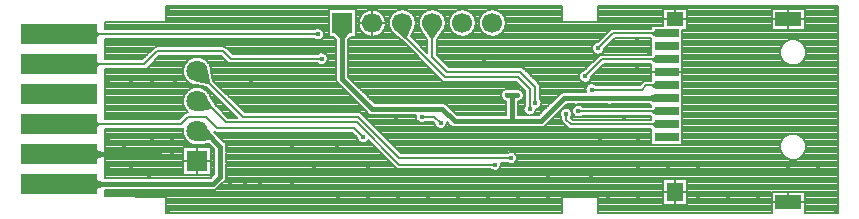
<source format=gbr>
G04 DipTrace 4.3.0.3*
G04 2 - Bottom.gbr*
%MOIN*%
G04 #@! TF.FileFunction,Copper,L2,Bot*
G04 #@! TF.Part,Single*
G04 #@! TA.AperFunction,Conductor*
%ADD15C,0.015748*%
G04 #@! TA.AperFunction,CopperBalancing*
%ADD17C,0.007874*%
%ADD19R,0.255906X0.070866*%
%ADD20R,0.07874X0.027559*%
%ADD21R,0.055118X0.062992*%
%ADD22R,0.055118X0.047244*%
%ADD23R,0.086614X0.047244*%
G04 #@! TA.AperFunction,ComponentPad*
%ADD24R,0.066929X0.066929*%
%ADD25C,0.066929*%
%ADD26R,0.070866X0.070866*%
%ADD27C,0.070866*%
G04 #@! TA.AperFunction,ViaPad*
%ADD31C,0.017717*%
%FSLAX26Y26*%
G04*
G70*
G90*
G75*
G01*
G04 Bottom*
%LPD*%
G36*
X2511073Y794243D2*
X2526822Y800148D1*
X2530759D1*
X2566192Y786369D1*
X2526822Y772589D1*
X2511073Y778495D1*
Y794243D1*
G37*
X1602866Y749951D2*
D15*
X1619316D1*
X1819316D1*
X1859941Y709327D1*
X2051969D1*
X2147441D1*
X2224483Y786369D1*
X2263066D1*
X2375566D1*
X2566192D1*
X1619316Y749951D2*
D3*
X1602866D2*
X1584941D1*
X2051969Y798230D2*
Y709327D1*
Y798230D2*
X2036344D1*
X2034941Y796827D1*
X2051969Y798230D2*
X2067913D1*
X2069316Y796827D1*
G36*
X1477067Y983908D2*
X1461516Y1003987D1*
Y1007333D1*
X1508366D1*
Y1003987D1*
X1492815Y983908D1*
X1477067D1*
G37*
X1484941Y1037451D2*
D15*
Y849951D1*
X1584941Y749951D1*
G36*
X684277Y492077D2*
X668529Y484203D1*
X655734D1*
Y515699D1*
X668529D1*
X684277Y507825D1*
Y492077D1*
G37*
X540576Y499951D2*
D15*
X1053692D1*
X1078690Y524950D1*
Y587453D1*
Y624951D1*
G36*
X1045117Y647388D2*
X1013394Y643315D1*
X1010140Y644719D1*
X1031567Y689459D1*
X1034820Y688055D1*
X1056253Y658525D1*
X1045117Y647388D1*
G37*
X1001285Y676614D2*
D15*
X1027028D1*
X1078690Y624951D1*
G36*
X684277Y592077D2*
X668529Y584203D1*
X655734D1*
Y615699D1*
X668529D1*
X684277Y607825D1*
Y592077D1*
G37*
X540576Y599951D2*
D15*
X863066D1*
G36*
X1047902Y750173D2*
X1013394Y743315D1*
X1010167Y744777D1*
X1031593Y789518D1*
X1034820Y788055D1*
X1053469Y755740D1*
X1047902Y750173D1*
G37*
X1001285Y776614D2*
D17*
X1027028D1*
X1097441Y706201D1*
X1534941D1*
X1675566Y565576D1*
X1992913D1*
G36*
X1038589Y833743D2*
X1001639Y841182D1*
X999134Y843689D1*
X1034210Y878765D1*
X1036717Y876260D1*
X1044156Y839310D1*
X1038589Y833743D1*
G37*
X1001285Y876614D2*
D17*
X1152948Y724951D1*
X1538066D1*
X1675566Y587451D1*
X2047441D1*
G36*
X676403Y696014D2*
X668529Y692077D1*
X655734D1*
Y707825D1*
X668529D1*
X676403Y703888D1*
Y696014D1*
G37*
X540576Y699951D2*
D17*
X947441D1*
X972441Y724951D1*
X1031816D1*
X1069316Y687451D1*
X1525566D1*
X1555253Y657764D1*
X1750566Y724951D2*
X1792647D1*
X1813119Y704479D1*
G36*
X2518948Y833613D2*
X2526822Y837550D1*
X2530759D1*
Y821802D1*
X2526822D1*
X2518948Y825739D1*
Y833613D1*
G37*
X2566192Y829676D2*
D17*
X2499041D1*
X2484941Y815576D1*
X2316190D1*
G36*
X2518948Y703692D2*
X2526822Y707629D1*
X2530759D1*
Y691881D1*
X2526822D1*
X2518948Y695818D1*
Y703692D1*
G37*
X2566192Y699755D2*
D17*
X2247636D1*
X2231815Y715576D1*
Y734325D1*
G36*
X2518948Y1006841D2*
X2526822Y1010778D1*
X2530759D1*
Y995030D1*
X2526822D1*
X2518948Y998967D1*
Y1006841D1*
G37*
X2566192Y1002904D2*
D17*
X2387894D1*
X2338066Y953076D1*
G36*
X2518948Y920227D2*
X2526822Y924164D1*
X2530759D1*
Y908416D1*
X2526822D1*
X2518948Y912353D1*
Y920227D1*
G37*
X2566192Y916290D2*
D17*
X2351280D1*
X2294316Y859327D1*
G36*
X2518948Y746999D2*
X2526822Y750936D1*
X2530759D1*
Y735188D1*
X2526822D1*
X2518948Y739125D1*
Y746999D1*
G37*
X2566192Y743062D2*
D17*
X2281177D1*
X2280537Y743702D1*
X2272442D1*
G36*
X1781004Y983908D2*
X1761516Y1013552D1*
Y1016899D1*
X1808366D1*
Y1013552D1*
X1788878Y983908D1*
X1781004D1*
G37*
X1784941Y1037451D2*
D17*
Y924951D1*
X1834941Y874951D1*
X2078692D1*
X2128692Y824951D1*
Y771825D1*
G36*
X1694322Y985003D2*
X1667874Y1008667D1*
X1667194Y1011944D1*
X1712699Y1023088D1*
X1713379Y1019811D1*
X1699888Y990570D1*
X1694322Y985003D1*
G37*
X1684941Y1037451D2*
D17*
Y999950D1*
X1828690Y856201D1*
X2072442D1*
X2109941Y818702D1*
Y749951D1*
G36*
X676403Y896014D2*
X668529Y892077D1*
X655734D1*
Y907825D1*
X668529D1*
X676403Y903888D1*
Y896014D1*
G37*
X1416190Y918702D2*
D17*
X1113066D1*
X1088066Y943702D1*
X869316D1*
X825566Y899951D1*
X540576D1*
G36*
X676403Y996014D2*
X668529Y992077D1*
X655734D1*
Y1007825D1*
X668529D1*
X676403Y1003888D1*
Y996014D1*
G37*
X1403690Y999951D2*
D17*
X1231815D1*
X540576D1*
D31*
X1602866Y749951D3*
D3*
X2051969Y798230D3*
D3*
D3*
X2375566Y786369D3*
X2263066D3*
X1078690Y524950D3*
X1992913Y565576D3*
X2047441Y587451D3*
X1555253Y657764D3*
X1750566Y724951D3*
X1813119Y704479D3*
X2316190Y815576D3*
X2231815Y734325D3*
X2338066Y953076D3*
X2294316Y859327D3*
D3*
X2272442Y743702D3*
X2128692Y771825D3*
X2109941Y749951D3*
X1416190Y918702D3*
X1403690Y999951D3*
X1078690Y587453D3*
Y624951D3*
Y568702D3*
Y606201D3*
X1584941Y749951D3*
X1619316D3*
X2069316Y796827D3*
X2034941D3*
X2466192Y893702D3*
X2425566Y721827D3*
X2450566Y762451D3*
X2366192D3*
X3131816Y412451D3*
Y1087451D3*
X903690Y412451D3*
Y1087451D3*
X1913066Y784327D3*
X2091192Y587451D3*
X1913066Y606201D3*
X2081816Y743702D3*
X1172441Y940576D3*
X928690Y968702D3*
X781816Y846827D3*
X1181816D3*
X1459941Y806201D3*
X1606816D3*
X850566Y846827D3*
X1766192Y606201D3*
X1956816Y915576D3*
X1466192Y628076D3*
X1316192Y496827D3*
Y628076D3*
X850566Y749951D3*
X1159941Y612451D3*
Y496827D3*
X2172441Y1049951D3*
X3072441Y549951D3*
X2872441Y449951D3*
X2472441Y1049951D3*
X2672441D3*
X2772441D3*
X2872441D3*
X756816Y628076D3*
X3072441Y849951D3*
X2872441D3*
X2672441D3*
X2244316Y762451D3*
X2172441Y849951D3*
Y949951D3*
X2672441Y449951D3*
X2472441D3*
X850566Y649951D3*
X2072441Y449951D3*
X1872441D3*
X1672441D3*
X1472441D3*
X1572441Y549951D3*
X919316Y649951D3*
X2372441Y1049951D3*
X2972441Y549951D3*
Y849951D3*
X2772441D3*
Y749951D3*
X2572441Y549951D3*
X2472441D3*
X2672441D3*
X2472441Y649951D3*
X2772441Y449951D3*
X878690Y599951D3*
X2372441Y449951D3*
X2172441D3*
X1972441D3*
X1772441D3*
X1572441D3*
X919316Y599951D3*
X850566Y968702D3*
X2344316Y646827D3*
X2506816Y853076D3*
X2466192Y981201D3*
X2506816Y937451D3*
X781816Y468701D3*
Y1028076D3*
Y946827D3*
Y749951D3*
X919316D3*
X781816Y549951D3*
X841192Y524951D3*
X928690Y846827D3*
X703690Y1028076D3*
Y946827D3*
Y846827D3*
Y749951D3*
Y649951D3*
Y549951D3*
Y468702D3*
X2172441Y531201D3*
X2313066D3*
X1209941Y612451D3*
Y496827D3*
X1109941Y612451D3*
Y496827D3*
X1391192Y562451D3*
X1006816Y968702D3*
X1084941D3*
X1319316Y940576D3*
X1291192Y1021827D3*
X1663066Y724951D3*
X897545Y1086657D2*
D17*
X2216098D1*
X2338159D2*
X3137004D1*
X897545Y1078915D2*
X1438723D1*
X1531164D2*
X1565576D1*
X1604299D2*
X1665579D1*
X1704301D2*
X1765580D1*
X1804302D2*
X1865581D1*
X1904303D2*
X1965583D1*
X2004306D2*
X2216098D1*
X2338159D2*
X2553434D1*
X2634066D2*
X2915639D1*
X3027766D2*
X3137004D1*
X897552Y1071172D2*
X1438723D1*
X1531164D2*
X1553703D1*
X1616180D2*
X1653706D1*
X1716173D2*
X1753707D1*
X1816175D2*
X1853709D1*
X1916176D2*
X1953702D1*
X2016178D2*
X2216098D1*
X2338159D2*
X2553434D1*
X2634066D2*
X2915639D1*
X3027766D2*
X3137004D1*
X897552Y1063429D2*
X1438723D1*
X1531164D2*
X1546883D1*
X1623000D2*
X1646878D1*
X1723001D2*
X1746879D1*
X1823003D2*
X1846881D1*
X1923004D2*
X1946882D1*
X2022999D2*
X2216098D1*
X2338151D2*
X2553434D1*
X2634066D2*
X2915639D1*
X3027766D2*
X3137004D1*
X897552Y1055686D2*
X1438723D1*
X1531164D2*
X1542539D1*
X1627345D2*
X1642541D1*
X1727339D2*
X1742542D1*
X1827340D2*
X1842543D1*
X1927341D2*
X1942537D1*
X2027343D2*
X2216098D1*
X2338151D2*
X2553434D1*
X2634066D2*
X2915639D1*
X3027766D2*
X3137004D1*
X897560Y1047944D2*
X1438723D1*
X1531164D2*
X1539948D1*
X1629936D2*
X1639949D1*
X1729929D2*
X1739950D1*
X1829932D2*
X1839953D1*
X1929933D2*
X1939946D1*
X2029934D2*
X2216098D1*
X2338151D2*
X2553434D1*
X2634066D2*
X2915639D1*
X3027766D2*
X3137004D1*
X693705Y1040201D2*
X1438723D1*
X1531164D2*
X1538802D1*
X1631081D2*
X1638803D1*
X1731075D2*
X1738804D1*
X1831077D2*
X1838807D1*
X1931079D2*
X1938801D1*
X2031080D2*
X2553434D1*
X2634066D2*
X2915639D1*
X3027766D2*
X3137004D1*
X693705Y1032458D2*
X1438723D1*
X1531164D2*
X1538993D1*
X1630890D2*
X1638996D1*
X1730883D2*
X1738997D1*
X1830885D2*
X1838999D1*
X1930886D2*
X1938992D1*
X2030888D2*
X2553434D1*
X2634066D2*
X2915639D1*
X3027766D2*
X3137004D1*
X693705Y1024715D2*
X1438723D1*
X1531164D2*
X1540539D1*
X1629336D2*
X1640541D1*
X1729337D2*
X1740543D1*
X1829339D2*
X1840545D1*
X1929341D2*
X1940546D1*
X2029343D2*
X2514064D1*
X2634066D2*
X2915639D1*
X3027766D2*
X3137004D1*
X693705Y1016972D2*
X1390903D1*
X1416476D2*
X1438723D1*
X1531164D2*
X1543600D1*
X1626283D2*
X1643594D1*
X1726285D2*
X1743596D1*
X1826286D2*
X1843597D1*
X1926287D2*
X1943598D1*
X2026282D2*
X2379684D1*
X2634066D2*
X2915639D1*
X3027766D2*
X3137004D1*
X1423119Y1009230D2*
X1438723D1*
X1531164D2*
X1548552D1*
X1621331D2*
X1648546D1*
X1722463D2*
X1748547D1*
X1821335D2*
X1848549D1*
X1921336D2*
X1948551D1*
X2021329D2*
X2370941D1*
X2618318D2*
X3137004D1*
X1425249Y1001487D2*
X1438723D1*
X1531164D2*
X1556395D1*
X1613488D2*
X1656390D1*
X1718895D2*
X1754337D1*
X1815545D2*
X1856392D1*
X1913492D2*
X1956394D1*
X2013487D2*
X2363197D1*
X2618318D2*
X3137004D1*
X1424358Y993744D2*
X1438723D1*
X1531164D2*
X1571751D1*
X1598133D2*
X1665816D1*
X1715320D2*
X1759428D1*
X1810454D2*
X1871748D1*
X1898129D2*
X1971749D1*
X1998131D2*
X2355454D1*
X2618318D2*
X3137004D1*
X1419944Y986001D2*
X1459524D1*
X1510365D2*
X1674467D1*
X1722171D2*
X1764518D1*
X1805364D2*
X2347711D1*
X2394269D2*
X2514064D1*
X2618318D2*
X3137004D1*
X693705Y978259D2*
X1464314D1*
X1505573D2*
X1683126D1*
X1729915D2*
X1768248D1*
X1801634D2*
X2339967D1*
X2386526D2*
X2514064D1*
X2618318D2*
X2965706D1*
X3009196D2*
X3137004D1*
X693705Y970516D2*
X1464314D1*
X1505573D2*
X1691092D1*
X1737657D2*
X1768248D1*
X1801634D2*
X2325896D1*
X2378790D2*
X2514064D1*
X2618318D2*
X2955471D1*
X3019438D2*
X3137004D1*
X693705Y962773D2*
X1464314D1*
X1505573D2*
X1698835D1*
X1745402D2*
X1768248D1*
X1801634D2*
X2318845D1*
X2371047D2*
X2514064D1*
X2618318D2*
X2949420D1*
X3025482D2*
X3137004D1*
X693705Y955030D2*
X857361D1*
X1100016D2*
X1464314D1*
X1505573D2*
X1706579D1*
X1753144D2*
X1768248D1*
X1801634D2*
X2316546D1*
X2363303D2*
X2514064D1*
X2618318D2*
X2945659D1*
X3029243D2*
X3137004D1*
X693705Y947287D2*
X849618D1*
X1107760D2*
X1464314D1*
X1505573D2*
X1714322D1*
X1760887D2*
X1768248D1*
X1801634D2*
X2317276D1*
X2358860D2*
X2514064D1*
X2618318D2*
X2943591D1*
X3031311D2*
X3137004D1*
X693705Y939545D2*
X841874D1*
X1115503D2*
X1464314D1*
X1505573D2*
X1722064D1*
X1801634D2*
X2321444D1*
X2354684D2*
X2514064D1*
X2618318D2*
X2942969D1*
X3031941D2*
X3137004D1*
X693705Y931802D2*
X834131D1*
X1433171D2*
X1464314D1*
X1505573D2*
X1729808D1*
X1801634D2*
X2346972D1*
X2618318D2*
X2943722D1*
X3031180D2*
X3137004D1*
X693705Y924059D2*
X826395D1*
X872954D2*
X1084432D1*
X1437108D2*
X1464314D1*
X1505573D2*
X1737551D1*
X1809115D2*
X2335769D1*
X2618318D2*
X2945944D1*
X3028966D2*
X3137004D1*
X693705Y916316D2*
X818652D1*
X865210D2*
X974602D1*
X1027966D2*
X1092167D1*
X1437668D2*
X1464314D1*
X1505573D2*
X1745295D1*
X1816860D2*
X2328026D1*
X2618318D2*
X2949881D1*
X3025021D2*
X3137004D1*
X857467Y908573D2*
X965491D1*
X1037077D2*
X1099909D1*
X1435177D2*
X1464314D1*
X1505573D2*
X1753038D1*
X1824602D2*
X2320282D1*
X2618318D2*
X2956209D1*
X3018699D2*
X3137004D1*
X849724Y900831D2*
X959747D1*
X1042822D2*
X1404705D1*
X1427672D2*
X1464314D1*
X1505573D2*
X1760781D1*
X1832345D2*
X2312539D1*
X2618318D2*
X2967105D1*
X3007797D2*
X3137004D1*
X841980Y893088D2*
X956047D1*
X1046521D2*
X1464314D1*
X1505573D2*
X1768525D1*
X1840089D2*
X2304795D1*
X2351362D2*
X2514064D1*
X2618318D2*
X3137004D1*
X832646Y885345D2*
X953909D1*
X1048665D2*
X1464314D1*
X1505573D2*
X1776268D1*
X2091581D2*
X2297052D1*
X2343618D2*
X2514064D1*
X2618318D2*
X3137004D1*
X693705Y877602D2*
X953102D1*
X1049466D2*
X1464314D1*
X1505573D2*
X1784004D1*
X2099324D2*
X2283542D1*
X2335875D2*
X2514064D1*
X2618318D2*
X3137004D1*
X693705Y869860D2*
X953580D1*
X1051004D2*
X1464314D1*
X1505573D2*
X1791747D1*
X2107067D2*
X2275560D1*
X2328133D2*
X2514064D1*
X2618318D2*
X3137004D1*
X693705Y862117D2*
X955364D1*
X1052556D2*
X1464314D1*
X1505573D2*
X1799491D1*
X2114811D2*
X2272892D1*
X2320388D2*
X2514064D1*
X2618318D2*
X3137004D1*
X693705Y854374D2*
X958639D1*
X1054118D2*
X1464314D1*
X1509365D2*
X1807234D1*
X2122554D2*
X2273299D1*
X2315337D2*
X2514064D1*
X2618318D2*
X3137004D1*
X693705Y846631D2*
X963783D1*
X1055678D2*
X1464591D1*
X1517109D2*
X1814976D1*
X2130290D2*
X2277021D1*
X2311615D2*
X2514064D1*
X2618318D2*
X3137004D1*
X693705Y838888D2*
X971795D1*
X1062291D2*
X1467682D1*
X1524852D2*
X2066476D1*
X2138033D2*
X2289525D1*
X2299104D2*
X2484975D1*
X2618318D2*
X3137004D1*
X693705Y831146D2*
X987098D1*
X1070035D2*
X1474895D1*
X1532594D2*
X2074219D1*
X2144131D2*
X2301573D1*
X2618318D2*
X3137004D1*
X693705Y823403D2*
X992903D1*
X1009673D2*
X1028521D1*
X1077778D2*
X1482638D1*
X1540339D2*
X2081955D1*
X2145385D2*
X2296100D1*
X2618318D2*
X3137004D1*
X693705Y815660D2*
X973618D1*
X1028950D2*
X1038955D1*
X1085521D2*
X1490382D1*
X1548081D2*
X2025261D1*
X2078993D2*
X2089698D1*
X2145385D2*
X2294576D1*
X2618318D2*
X3137004D1*
X693705Y807917D2*
X964899D1*
X1037669D2*
X1046699D1*
X1093265D2*
X1498125D1*
X1555824D2*
X2016525D1*
X2087728D2*
X2093251D1*
X2145385D2*
X2296038D1*
X2618318D2*
X3137004D1*
X693705Y800175D2*
X959362D1*
X1043206D2*
X1054442D1*
X1101008D2*
X1505867D1*
X1563568D2*
X2013596D1*
X2145385D2*
X2209438D1*
X2618318D2*
X3137004D1*
X693705Y792432D2*
X955810D1*
X1046898D2*
X1062185D1*
X1108752D2*
X1513612D1*
X1571311D2*
X2013795D1*
X2145385D2*
X2201696D1*
X2618318D2*
X3137004D1*
X693705Y784689D2*
X953787D1*
X1051365D2*
X1069929D1*
X1116495D2*
X1521354D1*
X1579055D2*
X2017232D1*
X2087029D2*
X2093251D1*
X2145861D2*
X2193953D1*
X2618318D2*
X3137004D1*
X693705Y776946D2*
X953094D1*
X1055840D2*
X1077672D1*
X1124230D2*
X1529097D1*
X1586798D2*
X2027945D1*
X2076310D2*
X2093251D1*
X2149667D2*
X2186209D1*
X2618318D2*
X3137004D1*
X693705Y769203D2*
X953680D1*
X1060307D2*
X1085416D1*
X1131974D2*
X1536841D1*
X1824909D2*
X2031336D1*
X2072596D2*
X2093251D1*
X2150144D2*
X2178466D1*
X2618318D2*
X3137004D1*
X693705Y761461D2*
X955587D1*
X1065459D2*
X1093159D1*
X1139717D2*
X1544584D1*
X1836660D2*
X2031336D1*
X2072596D2*
X2091798D1*
X2147545D2*
X2170722D1*
X2228423D2*
X2260774D1*
X2284110D2*
X2514064D1*
X2618318D2*
X3137004D1*
X693705Y753718D2*
X958993D1*
X1073203D2*
X1100902D1*
X1147461D2*
X1552328D1*
X1844403D2*
X2031336D1*
X2072596D2*
X2088668D1*
X2139770D2*
X2162987D1*
X2240196D2*
X2253392D1*
X2618318D2*
X3137004D1*
X693705Y745975D2*
X964329D1*
X1080946D2*
X1108646D1*
X1155203D2*
X1560071D1*
X1852138D2*
X2031336D1*
X2072596D2*
X2088706D1*
X2131173D2*
X2155244D1*
X2618318D2*
X3137004D1*
X693705Y738232D2*
X962899D1*
X1088689D2*
X1116388D1*
X1547605D2*
X1566937D1*
X1859882D2*
X2031336D1*
X2072596D2*
X2091936D1*
X2127945D2*
X2147500D1*
X2205193D2*
X2210570D1*
X2618318D2*
X3137004D1*
X693705Y730490D2*
X954694D1*
X1096433D2*
X1124131D1*
X1555810D2*
X1576741D1*
X1867625D2*
X2031336D1*
X2072596D2*
X2101740D1*
X2118140D2*
X2139757D1*
X2197449D2*
X2210554D1*
X2618318D2*
X3137004D1*
X693705Y722747D2*
X946951D1*
X1104176D2*
X1131867D1*
X1563552D2*
X1729070D1*
X2189706D2*
X2213714D1*
X2249915D2*
X2514064D1*
X2618318D2*
X3137004D1*
X1571297Y715004D2*
X1731476D1*
X2181971D2*
X2215129D1*
X2618318D2*
X3137004D1*
X1579039Y707261D2*
X1738790D1*
X1762341D2*
X1787056D1*
X2174227D2*
X2217467D1*
X2618318D2*
X3137004D1*
X1586782Y699518D2*
X1792109D1*
X1834138D2*
X1840898D1*
X2166484D2*
X2224594D1*
X2618318D2*
X3137004D1*
X1594526Y691776D2*
X1795829D1*
X1830408D2*
X1849895D1*
X2157487D2*
X2232331D1*
X2618318D2*
X3137004D1*
X693705Y684033D2*
X953680D1*
X1602269D2*
X1808371D1*
X1817866D2*
X2244441D1*
X2618318D2*
X3137004D1*
X693705Y676290D2*
X953094D1*
X1610005D2*
X2514064D1*
X2618318D2*
X3137004D1*
X693705Y668547D2*
X953787D1*
X1064552D2*
X1521185D1*
X1617748D2*
X2514064D1*
X2618318D2*
X2983638D1*
X2991264D2*
X3137004D1*
X693705Y660804D2*
X955810D1*
X1071688D2*
X1528929D1*
X1625491D2*
X2514064D1*
X2618318D2*
X2961676D1*
X3013226D2*
X3137004D1*
X693705Y653062D2*
X959362D1*
X1079432D2*
X1534181D1*
X1633235D2*
X2514064D1*
X2618318D2*
X2953202D1*
X3021699D2*
X3137004D1*
X693705Y645319D2*
X964899D1*
X1087175D2*
X1537764D1*
X1640978D2*
X2514064D1*
X2618318D2*
X2947997D1*
X3026904D2*
X3137004D1*
X693705Y637576D2*
X973610D1*
X1096041D2*
X1549344D1*
X1561161D2*
X1580286D1*
X1648722D2*
X2514064D1*
X2618318D2*
X2944829D1*
X3030072D2*
X3137004D1*
X693705Y629833D2*
X992849D1*
X1009719D2*
X1044961D1*
X1099724D2*
X1588030D1*
X1656465D2*
X2943238D1*
X3031664D2*
X3137004D1*
X693705Y622091D2*
X953094D1*
X1100109D2*
X1595773D1*
X1664207D2*
X2943060D1*
X3031849D2*
X3137004D1*
X693705Y614348D2*
X953094D1*
X1049474D2*
X1058064D1*
X1099324D2*
X1603516D1*
X1671951D2*
X2944268D1*
X3030634D2*
X3137004D1*
X693705Y606605D2*
X953094D1*
X1049474D2*
X1057080D1*
X1100301D2*
X1611252D1*
X1679694D2*
X2038471D1*
X2056409D2*
X2946997D1*
X3027904D2*
X3137004D1*
X693705Y598862D2*
X953094D1*
X1049474D2*
X1058064D1*
X1099324D2*
X1618995D1*
X2065652D2*
X2951604D1*
X3023298D2*
X3137004D1*
X693705Y591119D2*
X953094D1*
X1049474D2*
X1057403D1*
X1099978D2*
X1626739D1*
X2068728D2*
X2959000D1*
X3015902D2*
X3137004D1*
X693705Y583377D2*
X953094D1*
X1049474D2*
X1057479D1*
X1099900D2*
X1634482D1*
X2068651D2*
X2973203D1*
X3001706D2*
X3137004D1*
X693705Y575634D2*
X953094D1*
X1049474D2*
X1058064D1*
X1099316D2*
X1642226D1*
X2065375D2*
X3137004D1*
X693705Y567891D2*
X953094D1*
X1049474D2*
X1057094D1*
X1100285D2*
X1649969D1*
X2014402D2*
X2039501D1*
X2055379D2*
X3137004D1*
X693705Y560148D2*
X953094D1*
X1049474D2*
X1058064D1*
X1099316D2*
X1657711D1*
X2013810D2*
X3137004D1*
X693705Y552406D2*
X953094D1*
X1049474D2*
X1058064D1*
X1099316D2*
X1665862D1*
X2009835D2*
X3137004D1*
X693705Y544663D2*
X953094D1*
X1049474D2*
X1058064D1*
X1099316D2*
X3137004D1*
X693705Y536920D2*
X953094D1*
X1049474D2*
X1058064D1*
X1099316D2*
X3137004D1*
X693705Y529177D2*
X1054066D1*
X1099870D2*
X3137004D1*
X693705Y521434D2*
X1046322D1*
X1100008D2*
X3137004D1*
X1097001Y513692D2*
X2553434D1*
X2634066D2*
X3137004D1*
X1088535Y505949D2*
X2553434D1*
X2634066D2*
X3137004D1*
X1080793Y498206D2*
X2553434D1*
X2634066D2*
X3137004D1*
X1073049Y490463D2*
X2553434D1*
X2634066D2*
X3137004D1*
X1064322Y482720D2*
X2553434D1*
X2634066D2*
X3137004D1*
X693705Y474978D2*
X2553434D1*
X2634066D2*
X2915639D1*
X3027766D2*
X3137004D1*
X693705Y467235D2*
X2553434D1*
X2634066D2*
X2915639D1*
X3027766D2*
X3137004D1*
X693705Y459492D2*
X2553434D1*
X2634066D2*
X2915639D1*
X3027766D2*
X3137004D1*
X897560Y451749D2*
X2216098D1*
X2338151D2*
X2553434D1*
X2634066D2*
X2915639D1*
X3027766D2*
X3137004D1*
X897552Y444007D2*
X2216098D1*
X2338151D2*
X2553434D1*
X2634066D2*
X2915639D1*
X3027766D2*
X3137004D1*
X897552Y436264D2*
X2216098D1*
X2338151D2*
X2553434D1*
X2634066D2*
X2915639D1*
X3027766D2*
X3137004D1*
X897552Y428521D2*
X2216098D1*
X2338159D2*
X2915639D1*
X3027766D2*
X3137004D1*
X897545Y420778D2*
X2216098D1*
X2338159D2*
X2915639D1*
X3027766D2*
X3137004D1*
X897545Y413035D2*
X2216098D1*
X2338159D2*
X2915639D1*
X3027766D2*
X3137004D1*
X2555535Y518810D2*
X2633278D1*
Y431881D1*
X2554223D1*
Y518810D1*
X2555535D1*
X2917740Y1085739D2*
X3026979D1*
Y1014558D1*
X2916428D1*
Y1085739D1*
X2917740D1*
X3030975Y621020D2*
X3030448Y617134D1*
X3029573Y613311D1*
X3028361Y609583D1*
X3026818Y605978D1*
X3024959Y602525D1*
X3022798Y599253D1*
X3020352Y596188D1*
X3017640Y593354D1*
X3014688Y590776D1*
X3011514Y588472D1*
X3008147Y586462D1*
X3004614Y584761D1*
X3000942Y583385D1*
X2997161Y582343D1*
X2993303Y581644D1*
X2989398Y581294D1*
X2985476Y581295D1*
X2981571Y581648D1*
X2977713Y582349D1*
X2973933Y583394D1*
X2970262Y584773D1*
X2966730Y586475D1*
X2963365Y588488D1*
X2960193Y590794D1*
X2957241Y593375D1*
X2954531Y596210D1*
X2952088Y599277D1*
X2949929Y602550D1*
X2948072Y606004D1*
X2946533Y609610D1*
X2945322Y613340D1*
X2944450Y617163D1*
X2943925Y621049D1*
X2943751Y624966D1*
X2943928Y628883D1*
X2944455Y632769D1*
X2945329Y636592D1*
X2946542Y640320D1*
X2948085Y643925D1*
X2949944Y647378D1*
X2952105Y650650D1*
X2954551Y653715D1*
X2957262Y656549D1*
X2960215Y659127D1*
X2963388Y661430D1*
X2966756Y663441D1*
X2970289Y665142D1*
X2973961Y666518D1*
X2977741Y667560D1*
X2981600Y668259D1*
X2985505Y668609D1*
X2989427Y668608D1*
X2993332Y668255D1*
X2997190Y667554D1*
X3000970Y666509D1*
X3004640Y665130D1*
X3008173Y663428D1*
X3011538Y661415D1*
X3014710Y659109D1*
X3017661Y656528D1*
X3020371Y653693D1*
X3022815Y650626D1*
X3024974Y647353D1*
X3026831Y643899D1*
X3028370Y640293D1*
X3029581Y636563D1*
X3030453Y632740D1*
X3030978Y628854D1*
X3031152Y624951D1*
X3030975Y621020D1*
Y935980D2*
X3030448Y932094D1*
X3029573Y928272D1*
X3028361Y924543D1*
X3026818Y920938D1*
X3024959Y917486D1*
X3022798Y914214D1*
X3020352Y911148D1*
X3017640Y908315D1*
X3014688Y905736D1*
X3011514Y903433D1*
X3008147Y901423D1*
X3004614Y899722D1*
X3000942Y898345D1*
X2997161Y897303D1*
X2993303Y896605D1*
X2989398Y896255D1*
X2985476Y896256D1*
X2981571Y896609D1*
X2977713Y897310D1*
X2973933Y898354D1*
X2970262Y899734D1*
X2966730Y901436D1*
X2963365Y903449D1*
X2960193Y905755D1*
X2957241Y908336D1*
X2954531Y911171D1*
X2952088Y914238D1*
X2949929Y917510D1*
X2948072Y920965D1*
X2946533Y924571D1*
X2945322Y928301D1*
X2944450Y932123D1*
X2943925Y936009D1*
X2943751Y939927D1*
X2943928Y943844D1*
X2944455Y947730D1*
X2945329Y951552D1*
X2946542Y955281D1*
X2948085Y958886D1*
X2949944Y962339D1*
X2952105Y965610D1*
X2954551Y968676D1*
X2957262Y971509D1*
X2960215Y974088D1*
X2963388Y976391D1*
X2966756Y978402D1*
X2970289Y980102D1*
X2973961Y981479D1*
X2977741Y982521D1*
X2981600Y983219D1*
X2985505Y983570D1*
X2989427Y983568D1*
X2993332Y983215D1*
X2997190Y982514D1*
X3000970Y981470D1*
X3004640Y980091D1*
X3008173Y978388D1*
X3011538Y976375D1*
X3014710Y974070D1*
X3017661Y971488D1*
X3020371Y968654D1*
X3022815Y965587D1*
X3024974Y962314D1*
X3026831Y958860D1*
X3028370Y955253D1*
X3029581Y951524D1*
X3030453Y947701D1*
X3030978Y943815D1*
X3031152Y939912D1*
X3030975Y935980D1*
X1630356Y1036139D2*
X1630298Y1034831D1*
X1630203Y1033525D1*
X1630072Y1032222D1*
X1629903Y1030924D1*
X1629696Y1029631D1*
X1629451Y1028344D1*
X1629171Y1027066D1*
X1628853Y1025795D1*
X1628499Y1024534D1*
X1628109Y1023285D1*
X1627682Y1022046D1*
X1627220Y1020822D1*
X1626724Y1019610D1*
X1626193Y1018413D1*
X1625627Y1017232D1*
X1625028Y1016068D1*
X1624395Y1014921D1*
X1623728Y1013794D1*
X1623031Y1012686D1*
X1622302Y1011598D1*
X1621541Y1010533D1*
X1620749Y1009490D1*
X1619929Y1008469D1*
X1619080Y1007472D1*
X1618201Y1006501D1*
X1617295Y1005555D1*
X1616364Y1004636D1*
X1615404Y1003744D1*
X1614420Y1002881D1*
X1613412Y1002046D1*
X1612379Y1001240D1*
X1611324Y1000465D1*
X1610248Y999719D1*
X1609150Y999005D1*
X1608031Y998324D1*
X1606895Y997675D1*
X1605739Y997059D1*
X1604567Y996476D1*
X1603378Y995928D1*
X1602173Y995413D1*
X1600955Y994934D1*
X1599723Y994491D1*
X1598479Y994083D1*
X1597223Y993710D1*
X1595958Y993374D1*
X1594682Y993075D1*
X1593400Y992812D1*
X1592110Y992588D1*
X1590814Y992399D1*
X1589513Y992249D1*
X1588209Y992136D1*
X1586902Y992060D1*
X1585593Y992024D1*
X1584283D1*
X1582975Y992060D1*
X1581667Y992136D1*
X1580362Y992249D1*
X1579062Y992400D1*
X1577766Y992588D1*
X1576476Y992814D1*
X1575193Y993076D1*
X1573919Y993375D1*
X1572654Y993711D1*
X1571398Y994084D1*
X1570154Y994492D1*
X1568921Y994936D1*
X1567703Y995416D1*
X1566499Y995929D1*
X1565310Y996479D1*
X1564138Y997062D1*
X1562982Y997677D1*
X1561845Y998327D1*
X1560727Y999009D1*
X1559630Y999722D1*
X1558552Y1000467D1*
X1557497Y1001243D1*
X1556466Y1002049D1*
X1555457Y1002885D1*
X1554474Y1003748D1*
X1553514Y1004640D1*
X1552583Y1005560D1*
X1551677Y1006505D1*
X1550799Y1007476D1*
X1549949Y1008474D1*
X1549129Y1009493D1*
X1548337Y1010538D1*
X1547577Y1011604D1*
X1546848Y1012690D1*
X1546150Y1013799D1*
X1545484Y1014927D1*
X1544852Y1016073D1*
X1544252Y1017238D1*
X1543686Y1018419D1*
X1543155Y1019615D1*
X1542659Y1020827D1*
X1542197Y1022052D1*
X1541772Y1023290D1*
X1541381Y1024541D1*
X1541028Y1025801D1*
X1540710Y1027071D1*
X1540429Y1028350D1*
X1540185Y1029636D1*
X1539979Y1030929D1*
X1539810Y1032228D1*
X1539677Y1033530D1*
X1539583Y1034837D1*
X1539526Y1036146D1*
X1539508Y1037454D1*
X1539526Y1038764D1*
X1539584Y1040072D1*
X1539678Y1041378D1*
X1539810Y1042681D1*
X1539979Y1043979D1*
X1540186Y1045272D1*
X1540430Y1046559D1*
X1540711Y1047837D1*
X1541029Y1049108D1*
X1541383Y1050369D1*
X1541773Y1051618D1*
X1542199Y1052857D1*
X1542661Y1054081D1*
X1543157Y1055293D1*
X1543689Y1056490D1*
X1544255Y1057671D1*
X1544854Y1058835D1*
X1545487Y1059982D1*
X1546154Y1061109D1*
X1546850Y1062217D1*
X1547580Y1063304D1*
X1548341Y1064370D1*
X1549133Y1065413D1*
X1549953Y1066434D1*
X1550802Y1067430D1*
X1551681Y1068402D1*
X1552587Y1069348D1*
X1553518Y1070266D1*
X1554478Y1071159D1*
X1555462Y1072022D1*
X1556470Y1072857D1*
X1557503Y1073663D1*
X1558558Y1074438D1*
X1559634Y1075184D1*
X1560732Y1075898D1*
X1561850Y1076579D1*
X1562987Y1077228D1*
X1564143Y1077844D1*
X1565315Y1078427D1*
X1566504Y1078975D1*
X1567709Y1079490D1*
X1568927Y1079969D1*
X1570159Y1080412D1*
X1571403Y1080820D1*
X1572659Y1081193D1*
X1573924Y1081529D1*
X1575199Y1081828D1*
X1576482Y1082091D1*
X1577772Y1082315D1*
X1579068Y1082504D1*
X1580369Y1082654D1*
X1581673Y1082766D1*
X1582980Y1082843D1*
X1584289Y1082879D1*
X1585598D1*
X1586907Y1082843D1*
X1588215Y1082766D1*
X1589520Y1082654D1*
X1590820Y1082503D1*
X1592115Y1082315D1*
X1593406Y1082089D1*
X1594689Y1081827D1*
X1595963Y1081528D1*
X1597228Y1081192D1*
X1598484Y1080819D1*
X1599728Y1080411D1*
X1600961Y1079967D1*
X1602178Y1079487D1*
X1603383Y1078974D1*
X1604572Y1078424D1*
X1605744Y1077841D1*
X1606900Y1077226D1*
X1608037Y1076576D1*
X1609155Y1075894D1*
X1610252Y1075181D1*
X1611329Y1074436D1*
X1612385Y1073660D1*
X1613416Y1072854D1*
X1614425Y1072018D1*
X1615408Y1071155D1*
X1616367Y1070262D1*
X1617299Y1069343D1*
X1618205Y1068398D1*
X1619083Y1067427D1*
X1619933Y1066429D1*
X1620753Y1065409D1*
X1621545Y1064365D1*
X1622304Y1063299D1*
X1623034Y1062213D1*
X1623732Y1061104D1*
X1624398Y1059976D1*
X1625030Y1058829D1*
X1625630Y1057665D1*
X1626196Y1056484D1*
X1626727Y1055287D1*
X1627223Y1054076D1*
X1627685Y1052850D1*
X1628110Y1051613D1*
X1628501Y1050362D1*
X1628854Y1049102D1*
X1629172Y1047832D1*
X1629453Y1046552D1*
X1629697Y1045266D1*
X1629903Y1043974D1*
X1630072Y1042675D1*
X1630205Y1041373D1*
X1630299Y1040066D1*
X1630356Y1038757D1*
X1630374Y1037451D1*
X1630356Y1036139D1*
X1930203Y1033520D2*
X1929698Y1029643D1*
X1928861Y1025824D1*
X1927699Y1022092D1*
X1926220Y1018472D1*
X1924436Y1014995D1*
X1922360Y1011682D1*
X1920005Y1008562D1*
X1917392Y1005654D1*
X1914538Y1002982D1*
X1911466Y1000566D1*
X1908197Y998421D1*
X1904756Y996567D1*
X1901168Y995014D1*
X1897459Y993777D1*
X1893659Y992862D1*
X1889793Y992278D1*
X1885892Y992029D1*
X1881984Y992114D1*
X1878097Y992537D1*
X1874261Y993291D1*
X1870505Y994373D1*
X1866856Y995773D1*
X1863339Y997483D1*
X1859983Y999487D1*
X1856812Y1001773D1*
X1853849Y1004324D1*
X1851117Y1007119D1*
X1848634Y1010139D1*
X1846420Y1013361D1*
X1844492Y1016762D1*
X1842864Y1020315D1*
X1841546Y1023996D1*
X1840550Y1027777D1*
X1839883Y1031629D1*
X1839549Y1035524D1*
X1839551Y1039433D1*
X1839890Y1043327D1*
X1840562Y1047178D1*
X1841562Y1050958D1*
X1842883Y1054636D1*
X1844516Y1058188D1*
X1846449Y1061587D1*
X1848665Y1064806D1*
X1851152Y1067823D1*
X1853887Y1070615D1*
X1856853Y1073163D1*
X1860028Y1075445D1*
X1863386Y1077446D1*
X1866904Y1079151D1*
X1870555Y1080547D1*
X1874314Y1081623D1*
X1878150Y1082374D1*
X1882037Y1082791D1*
X1885945Y1082874D1*
X1889846Y1082619D1*
X1893711Y1082030D1*
X1897510Y1081112D1*
X1901217Y1079869D1*
X1904803Y1078312D1*
X1908243Y1076454D1*
X1911509Y1074307D1*
X1914579Y1071886D1*
X1917429Y1069211D1*
X1920039Y1066301D1*
X1922390Y1063177D1*
X1924462Y1059862D1*
X1926243Y1056382D1*
X1927717Y1052761D1*
X1928874Y1049028D1*
X1929707Y1045207D1*
X1930209Y1041331D1*
X1930374Y1037451D1*
X1930203Y1033520D1*
X2030203D2*
X2029698Y1029643D1*
X2028861Y1025824D1*
X2027699Y1022092D1*
X2026220Y1018472D1*
X2024436Y1014995D1*
X2022360Y1011682D1*
X2020005Y1008562D1*
X2017392Y1005654D1*
X2014538Y1002982D1*
X2011466Y1000566D1*
X2008197Y998421D1*
X2004756Y996567D1*
X2001168Y995014D1*
X1997459Y993777D1*
X1993659Y992862D1*
X1989793Y992278D1*
X1985892Y992029D1*
X1981984Y992114D1*
X1978097Y992537D1*
X1974261Y993291D1*
X1970505Y994373D1*
X1966856Y995773D1*
X1963339Y997483D1*
X1959983Y999487D1*
X1956812Y1001773D1*
X1953849Y1004324D1*
X1951117Y1007119D1*
X1948634Y1010139D1*
X1946420Y1013361D1*
X1944492Y1016762D1*
X1942864Y1020315D1*
X1941546Y1023996D1*
X1940550Y1027777D1*
X1939883Y1031629D1*
X1939549Y1035524D1*
X1939551Y1039433D1*
X1939890Y1043327D1*
X1940562Y1047178D1*
X1941562Y1050958D1*
X1942883Y1054636D1*
X1944516Y1058188D1*
X1946449Y1061587D1*
X1948665Y1064806D1*
X1951152Y1067823D1*
X1953887Y1070615D1*
X1956853Y1073163D1*
X1960028Y1075445D1*
X1963386Y1077446D1*
X1966904Y1079151D1*
X1970555Y1080547D1*
X1974314Y1081623D1*
X1978150Y1082374D1*
X1982037Y1082791D1*
X1985945Y1082874D1*
X1989846Y1082619D1*
X1993711Y1082030D1*
X1997510Y1081112D1*
X2001217Y1079869D1*
X2004803Y1078312D1*
X2008243Y1076454D1*
X2011509Y1074307D1*
X2014579Y1071886D1*
X2017429Y1069211D1*
X2020039Y1066301D1*
X2022390Y1063177D1*
X2024462Y1059862D1*
X2026243Y1056382D1*
X2027717Y1052761D1*
X2028874Y1049028D1*
X2029707Y1045207D1*
X2030209Y1041331D1*
X2030374Y1037451D1*
X2030203Y1033520D1*
X955196Y624016D2*
X1048686D1*
Y529213D1*
X953883D1*
Y624016D1*
X955196D1*
X1016025Y631587D2*
X1012904Y630659D1*
X1009070Y629856D1*
X1005181Y629373D1*
X1001266Y629213D1*
X997352Y629377D1*
X993465Y629862D1*
X989631Y630668D1*
X985877Y631787D1*
X982227Y633213D1*
X978709Y634934D1*
X975344Y636941D1*
X972156Y639219D1*
X969167Y641752D1*
X966398Y644524D1*
X963867Y647514D1*
X961592Y650703D1*
X959588Y654070D1*
X957869Y657589D1*
X956446Y661240D1*
X955329Y664995D1*
X954526Y668829D1*
X954043Y672718D1*
X953883Y676633D1*
X954047Y680547D1*
X954533Y684434D1*
X954833Y685869D1*
X951995Y684711D1*
X948118Y684060D1*
X939592Y684046D1*
X692909D1*
X692913Y658895D1*
Y519797D1*
X753185Y519794D1*
X1045472D1*
X1058850Y533172D1*
X1058848Y562379D1*
X1058715Y562807D1*
X1057961Y566694D1*
X1057955Y570654D1*
X1058699Y574542D1*
X1058846Y574912D1*
X1058848Y581126D1*
X1058715Y581558D1*
X1057961Y585445D1*
X1057955Y589404D1*
X1058699Y593293D1*
X1058846Y593663D1*
X1058848Y599873D1*
X1058715Y600306D1*
X1057961Y604193D1*
X1057955Y608152D1*
X1058699Y612041D1*
X1058846Y612411D1*
X1058848Y616735D1*
X1040814Y634766D1*
X1016138Y631601D1*
X1053672Y480109D2*
X692911D1*
X692913Y459127D1*
X892835Y459125D1*
X894783Y458609D1*
X896222Y457196D1*
X896770Y455253D1*
X896753Y405508D1*
X947925Y405512D1*
X2216883D1*
X2216890Y455189D1*
X2217407Y457138D1*
X2218820Y458575D1*
X2220761Y459123D1*
X2333425Y459125D1*
X2335374Y458609D1*
X2336812Y457196D1*
X2337361Y455253D1*
X2337375Y405510D1*
X2916428Y405512D1*
Y475503D1*
X3026979D1*
Y405512D1*
X3137795D1*
Y1094400D1*
X2337377Y1094390D1*
X2337362Y1044714D1*
X2336845Y1042765D1*
X2335432Y1041328D1*
X2333491Y1040780D1*
X2220827Y1040778D1*
X2218878Y1041294D1*
X2217440Y1042707D1*
X2216891Y1044650D1*
X2216881Y1094392D1*
X2118463Y1094390D1*
X896757D1*
X896772Y1044717D1*
X896256Y1042768D1*
X894844Y1041329D1*
X892903Y1040780D1*
X692913Y1040778D1*
Y1015860D1*
X761039Y1015857D1*
X1390245D1*
X1393252Y1017974D1*
X1396852Y1019623D1*
X1400698Y1020562D1*
X1404654Y1020756D1*
X1408572Y1020198D1*
X1412316Y1018908D1*
X1415748Y1016933D1*
X1418744Y1014344D1*
X1421196Y1011235D1*
X1423014Y1007718D1*
X1424135Y1003921D1*
X1424517Y999951D1*
X1424146Y996038D1*
X1423035Y992238D1*
X1421226Y988715D1*
X1418783Y985600D1*
X1415794Y983003D1*
X1412367Y981018D1*
X1408629Y979718D1*
X1404710Y979150D1*
X1400755Y979332D1*
X1396906Y980261D1*
X1393302Y981900D1*
X1390278Y984047D1*
X936549Y984046D1*
X692912D1*
X692913Y915858D1*
X818975Y915857D1*
X858070Y954949D1*
X861168Y957362D1*
X864762Y958942D1*
X868639Y959593D1*
X877160Y959608D1*
X1088066D1*
X1091962Y959123D1*
X1095622Y957698D1*
X1098823Y955417D1*
X1104596Y949665D1*
X1119655Y934606D1*
X1402743Y934608D1*
X1405752Y936724D1*
X1409352Y938374D1*
X1413198Y939312D1*
X1417154Y939507D1*
X1421072Y938949D1*
X1424816Y937659D1*
X1428248Y935684D1*
X1431244Y933094D1*
X1433696Y929986D1*
X1435514Y926469D1*
X1436635Y922672D1*
X1437017Y918702D1*
X1436646Y914789D1*
X1435535Y910988D1*
X1433726Y907466D1*
X1431283Y904350D1*
X1428294Y901753D1*
X1424867Y899769D1*
X1421129Y898469D1*
X1417210Y897900D1*
X1413255Y898083D1*
X1409406Y899012D1*
X1405802Y900651D1*
X1402778Y902798D1*
X1113080Y902797D1*
X1111177Y902909D1*
X1107365Y903853D1*
X1103900Y905702D1*
X1101819Y907455D1*
X1081476Y927798D1*
X875902Y927797D1*
X836823Y888714D1*
X835398Y887449D1*
X832034Y885421D1*
X828277Y884278D1*
X825566Y884046D1*
X692912D1*
X692915Y715857D1*
X940853D1*
X961184Y736189D1*
X962609Y737454D1*
X965972Y739482D1*
X969732Y740625D1*
X970378Y740726D1*
X969167Y741752D1*
X966398Y744524D1*
X963867Y747514D1*
X961592Y750703D1*
X959588Y754070D1*
X957869Y757589D1*
X956446Y761240D1*
X955329Y764995D1*
X954526Y768829D1*
X954043Y772718D1*
X953883Y776633D1*
X954047Y780547D1*
X954533Y784434D1*
X955339Y788268D1*
X956458Y792022D1*
X957883Y795672D1*
X959605Y799190D1*
X961612Y802555D1*
X963890Y805743D1*
X966423Y808732D1*
X969194Y811501D1*
X972185Y814031D1*
X975374Y816307D1*
X978740Y818311D1*
X982260Y820030D1*
X985911Y821453D1*
X989665Y822570D1*
X993500Y823373D1*
X997388Y823856D1*
X1001303Y824016D1*
X1005218Y823852D1*
X1009105Y823366D1*
X1012938Y822560D1*
X1016693Y821441D1*
X1020343Y820016D1*
X1023861Y818294D1*
X1027226Y816287D1*
X1030413Y814009D1*
X1033403Y811476D1*
X1036172Y808705D1*
X1038702Y805714D1*
X1040978Y802525D1*
X1042982Y799159D1*
X1044701Y795639D1*
X1045614Y793297D1*
X1063045Y763091D1*
X1104030Y722105D1*
X1133301Y722106D1*
X1032682Y822722D1*
X1000412Y829220D1*
X997352Y829377D1*
X993465Y829862D1*
X989631Y830668D1*
X985877Y831787D1*
X982227Y833213D1*
X978709Y834934D1*
X975344Y836941D1*
X972156Y839219D1*
X969167Y841752D1*
X966398Y844524D1*
X963867Y847514D1*
X961592Y850703D1*
X959588Y854070D1*
X957869Y857589D1*
X956446Y861240D1*
X955329Y864995D1*
X954526Y868829D1*
X954043Y872718D1*
X953883Y876633D1*
X954047Y880547D1*
X954533Y884434D1*
X955339Y888268D1*
X956458Y892022D1*
X957883Y895672D1*
X959605Y899190D1*
X961612Y902555D1*
X963890Y905743D1*
X966423Y908732D1*
X969194Y911501D1*
X972185Y914031D1*
X975374Y916307D1*
X978740Y918311D1*
X982260Y920030D1*
X985911Y921453D1*
X989665Y922570D1*
X993500Y923373D1*
X997388Y923856D1*
X1001303Y924016D1*
X1005218Y923852D1*
X1009105Y923366D1*
X1012938Y922560D1*
X1016693Y921441D1*
X1020343Y920016D1*
X1023861Y918294D1*
X1027226Y916287D1*
X1030413Y914009D1*
X1033403Y911476D1*
X1036172Y908705D1*
X1038702Y905714D1*
X1040978Y902525D1*
X1042982Y899159D1*
X1044701Y895639D1*
X1046123Y891988D1*
X1047240Y888234D1*
X1048043Y884399D1*
X1048526Y880510D1*
X1048643Y877660D1*
X1055176Y845215D1*
X1159534Y740858D1*
X1511207Y740857D1*
X1538050D1*
X1539954Y740744D1*
X1543766Y739801D1*
X1547231Y737951D1*
X1549312Y736198D1*
X1682152Y603358D1*
X1939365Y603357D1*
X2033995D1*
X2037003Y605474D1*
X2040602Y607123D1*
X2044449Y608062D1*
X2048404Y608256D1*
X2052323Y607698D1*
X2056067Y606408D1*
X2059499Y604433D1*
X2062495Y601844D1*
X2064946Y598735D1*
X2066765Y595218D1*
X2067886Y591421D1*
X2068268Y587451D1*
X2067896Y583538D1*
X2066786Y579738D1*
X2064976Y576215D1*
X2062534Y573100D1*
X2059545Y570503D1*
X2056118Y568518D1*
X2052379Y567218D1*
X2048461Y566650D1*
X2044505Y566832D1*
X2040656Y567761D1*
X2037052Y569400D1*
X2034029Y571547D1*
X2012769Y571545D1*
X2013358Y569546D1*
X2013740Y565576D1*
X2013369Y561663D1*
X2012259Y557862D1*
X2010449Y554340D1*
X2008007Y551224D1*
X2005017Y548627D1*
X2001591Y546643D1*
X1997852Y545343D1*
X1993933Y544774D1*
X1989978Y544957D1*
X1986129Y545886D1*
X1982525Y547525D1*
X1979501Y549672D1*
X1764634Y549671D1*
X1675566D1*
X1671669Y550155D1*
X1668009Y551580D1*
X1664808Y553861D1*
X1664311Y554337D1*
X1572522Y646126D1*
X1570346Y643412D1*
X1567357Y640815D1*
X1563930Y638831D1*
X1560192Y637530D1*
X1556273Y636962D1*
X1552318Y637144D1*
X1548469Y638073D1*
X1544865Y639713D1*
X1541636Y642005D1*
X1538900Y644867D1*
X1536755Y648196D1*
X1535278Y651869D1*
X1534524Y655756D1*
Y656000D1*
X1518976Y671547D1*
X1069316Y671546D1*
X1065420Y672030D1*
X1061760Y673455D1*
X1061076Y673846D1*
X1060413Y674270D1*
X1059772Y674727D1*
X1059155Y675215D1*
X1058535Y675756D1*
X1065388Y666315D1*
X1088446Y643259D1*
X1090748Y641933D1*
X1093744Y639344D1*
X1096196Y636235D1*
X1098014Y632718D1*
X1099135Y628921D1*
X1099517Y624951D1*
X1099146Y621038D1*
X1098533Y618941D1*
Y612524D1*
X1099135Y610171D1*
X1099517Y606201D1*
X1099146Y602287D1*
X1098533Y600190D1*
Y593466D1*
X1099135Y591423D1*
X1099517Y587453D1*
X1099146Y583539D1*
X1098533Y581442D1*
Y575030D1*
X1099135Y572672D1*
X1099517Y568702D1*
X1099146Y564789D1*
X1098533Y562692D1*
Y531277D1*
X1099135Y528920D1*
X1099517Y524950D1*
X1099146Y521037D1*
X1098035Y517236D1*
X1096226Y513714D1*
X1093783Y510598D1*
X1090794Y508001D1*
X1088442Y506639D1*
X1067722Y485921D1*
X1064681Y483430D1*
X1061210Y481588D1*
X1057438Y480466D1*
X1053672Y480109D1*
X1608925Y730108D2*
X1607804Y729718D1*
X1603886Y729150D1*
X1599930Y729332D1*
X1596709Y730109D1*
X1596730Y769795D2*
X1599874Y770562D1*
X1603829Y770756D1*
X1607748Y770198D1*
X1608923Y769794D1*
X1465455Y846205D2*
X1466577Y842433D1*
X1468420Y838962D1*
X1470909Y835920D1*
X1566442Y740383D1*
X1568588Y737055D1*
X1571324Y734193D1*
X1574552Y731900D1*
X1578156Y730261D1*
X1582005Y729332D1*
X1585961Y729150D1*
X1589879Y729718D1*
X1591000Y730108D1*
X1596709Y730109D1*
X1599930Y729332D1*
X1603886Y729150D1*
X1607804Y729718D1*
X1609194Y730109D1*
X1613159D1*
X1616381Y729332D1*
X1620336Y729150D1*
X1624255Y729718D1*
X1625375Y730108D1*
X1730445Y730112D1*
X1729831Y726903D1*
X1729836Y722944D1*
X1730591Y719056D1*
X1732067Y715383D1*
X1734213Y712055D1*
X1736949Y709193D1*
X1740177Y706900D1*
X1743781Y705261D1*
X1747630Y704332D1*
X1751585Y704150D1*
X1755504Y704718D1*
X1759243Y706018D1*
X1762669Y708003D1*
X1764007Y709046D1*
X1786060Y709045D1*
X1792390Y702715D1*
Y702471D1*
X1793144Y698584D1*
X1794621Y694911D1*
X1796766Y691583D1*
X1799503Y688720D1*
X1802731Y686428D1*
X1806335Y684789D1*
X1810184Y683860D1*
X1814139Y683677D1*
X1818058Y684245D1*
X1821797Y685546D1*
X1825223Y687530D1*
X1828213Y690127D1*
X1830655Y693243D1*
X1832465Y696765D1*
X1833575Y700566D1*
X1833946Y704508D1*
X1833728Y707478D1*
X1845898Y695308D1*
X1848815Y692896D1*
X1852272Y691026D1*
X1856030Y689874D1*
X1859941Y689484D1*
X2147441D1*
X2150709Y689755D1*
X2154503Y690783D1*
X2158018Y692538D1*
X2161123Y694955D1*
X2163381Y697206D1*
X2232706Y766526D1*
X2256908D1*
X2260130Y765749D1*
X2264085Y765567D1*
X2268004Y766135D1*
X2269396Y766526D1*
X2369408D1*
X2372630Y765749D1*
X2376585Y765567D1*
X2380504Y766135D1*
X2381891Y766526D1*
X2508902Y766528D1*
X2514853Y764293D1*
X2514854Y758967D1*
X2286487D1*
X2284500Y760684D1*
X2281068Y762659D1*
X2277324Y763949D1*
X2273406Y764507D1*
X2269450Y764312D1*
X2265604Y763374D1*
X2262004Y761724D1*
X2258782Y759424D1*
X2256054Y756554D1*
X2253917Y753220D1*
X2252451Y749542D1*
X2251707Y745654D1*
X2251713Y741694D1*
X2252467Y737807D1*
X2253944Y734134D1*
X2256089Y730806D1*
X2258825Y727944D1*
X2262054Y725651D1*
X2265657Y724012D1*
X2269507Y723083D1*
X2273462Y722900D1*
X2277381Y723469D1*
X2281119Y724769D1*
X2284546Y726753D1*
X2285093Y727156D1*
X2514853Y727155D1*
X2514850Y715660D1*
X2254227Y715657D1*
X2248227Y721656D1*
X2249350Y723089D1*
X2251160Y726612D1*
X2252270Y730412D1*
X2252642Y734354D1*
X2252260Y738295D1*
X2251139Y742092D1*
X2249320Y745609D1*
X2246869Y748718D1*
X2243873Y751307D1*
X2240441Y753282D1*
X2236697Y754572D1*
X2232778Y755130D1*
X2228823Y754936D1*
X2224976Y753997D1*
X2221377Y752348D1*
X2218155Y750047D1*
X2215427Y747177D1*
X2213290Y743844D1*
X2211824Y740165D1*
X2211080Y736277D1*
X2211085Y732318D1*
X2211840Y728430D1*
X2213316Y724757D1*
X2215462Y721429D1*
X2215909Y720881D1*
Y715576D1*
X2216142Y712865D1*
X2217285Y709108D1*
X2219315Y705741D1*
X2220577Y704319D1*
X2236390Y688508D1*
X2238471Y686755D1*
X2241936Y684906D1*
X2245752Y683962D1*
X2247655Y683849D1*
X2514853Y683848D1*
Y630699D1*
X2617530D1*
Y717318D1*
X2617526Y760621D1*
X2617530Y764873D1*
Y847239D1*
X2617526Y890542D1*
X2617530Y894794D1*
Y973534D1*
Y1014558D1*
X2633278D1*
Y1085739D1*
X2554223D1*
Y1028652D1*
X2514853D1*
X2514852Y1018810D1*
X2391770D1*
X2387213Y1018795D1*
X2383340Y1018144D1*
X2379745Y1016564D1*
X2376647Y1014151D1*
X2336236Y973744D1*
X2335073Y973686D1*
X2331227Y972748D1*
X2327627Y971098D1*
X2324406Y968798D1*
X2321677Y965928D1*
X2319541Y962594D1*
X2318075Y958916D1*
X2317331Y955028D1*
X2317336Y951068D1*
X2318091Y947181D1*
X2319567Y943508D1*
X2321713Y940180D1*
X2324449Y937318D1*
X2327677Y935025D1*
X2331281Y933386D1*
X2335130Y932457D1*
X2339085Y932274D1*
X2343004Y932843D1*
X2346743Y934143D1*
X2350169Y936127D1*
X2353159Y938724D1*
X2355601Y941840D1*
X2357411Y945362D1*
X2358521Y949163D1*
X2358820Y951336D1*
X2394482Y986999D1*
X2514853D1*
X2514857Y942038D1*
X2514853Y937786D1*
X2514854Y932196D1*
X2355117D1*
X2350598Y932181D1*
X2346726Y931530D1*
X2343131Y929950D1*
X2340033Y927537D1*
X2292487Y879995D1*
X2291324Y879937D1*
X2287478Y878999D1*
X2283878Y877349D1*
X2280656Y875049D1*
X2277928Y872178D1*
X2275791Y868845D1*
X2274325Y865167D1*
X2273581Y861278D1*
X2273587Y857319D1*
X2274341Y853432D1*
X2275818Y849759D1*
X2277963Y846430D1*
X2280699Y843568D1*
X2283928Y841276D1*
X2287531Y839636D1*
X2291381Y838707D1*
X2295336Y838525D1*
X2299255Y839093D1*
X2302993Y840394D1*
X2306420Y842378D1*
X2309409Y844975D1*
X2311852Y848091D1*
X2313661Y851613D1*
X2314772Y855413D1*
X2315068Y857585D1*
X2357864Y900385D1*
X2514853D1*
X2514857Y855424D1*
X2514853Y851172D1*
X2514856Y845581D1*
X2502772D1*
X2498360Y845567D1*
X2494487Y844916D1*
X2490892Y843336D1*
X2487794Y840923D1*
X2478356Y831482D1*
X2329491Y831483D1*
X2328248Y832558D1*
X2324816Y834533D1*
X2321072Y835823D1*
X2317154Y836381D1*
X2313198Y836186D1*
X2309352Y835248D1*
X2305752Y833598D1*
X2302530Y831298D1*
X2299802Y828428D1*
X2297665Y825094D1*
X2296199Y821416D1*
X2295455Y817528D1*
X2295461Y813568D1*
X2296215Y809681D1*
X2297585Y806211D1*
X2269122D1*
X2267948Y806615D1*
X2264029Y807173D1*
X2260073Y806979D1*
X2256743Y806211D1*
X2224483D1*
X2221215Y805941D1*
X2217423Y804912D1*
X2213906Y803157D1*
X2210802Y800740D1*
X2208543Y798490D1*
X2139219Y729169D1*
X2111257D1*
X2111802Y729209D1*
X2112585Y729293D1*
X2113364Y729408D1*
X2114138Y729552D1*
X2114907Y729726D1*
X2115667Y729928D1*
X2116420Y730157D1*
X2117164Y730417D1*
X2117896Y730705D1*
X2118618Y731018D1*
X2122045Y733003D1*
X2125034Y735600D1*
X2127476Y738715D1*
X2129286Y742238D1*
X2130396Y746038D1*
X2130768Y749951D1*
X2130732Y751172D1*
X2133630Y751592D1*
X2137369Y752892D1*
X2140795Y754877D1*
X2143785Y757474D1*
X2146227Y760589D1*
X2148037Y764112D1*
X2149147Y767912D1*
X2149518Y771854D1*
X2149136Y775795D1*
X2148016Y779592D1*
X2146197Y783109D1*
X2144597Y785274D1*
Y824951D1*
X2144365Y827663D1*
X2143222Y831420D1*
X2141192Y834786D1*
X2139930Y836206D1*
X2089938Y886198D1*
X2087857Y887951D1*
X2084392Y889801D1*
X2080576Y890744D1*
X2078675Y890857D1*
X1841531Y890854D1*
X1800846Y931543D1*
Y980327D1*
X1817782Y1006088D1*
X1820005Y1008562D1*
X1822360Y1011682D1*
X1824436Y1014995D1*
X1826220Y1018472D1*
X1827699Y1022092D1*
X1828861Y1025824D1*
X1829698Y1029643D1*
X1830203Y1033520D1*
X1830374Y1037451D1*
X1830209Y1041331D1*
X1829707Y1045207D1*
X1828874Y1049028D1*
X1827717Y1052761D1*
X1826243Y1056382D1*
X1824462Y1059862D1*
X1822390Y1063177D1*
X1820039Y1066301D1*
X1817429Y1069211D1*
X1814579Y1071886D1*
X1811509Y1074307D1*
X1808243Y1076454D1*
X1804803Y1078312D1*
X1801217Y1079869D1*
X1797510Y1081112D1*
X1793711Y1082030D1*
X1789846Y1082619D1*
X1785945Y1082874D1*
X1782037Y1082791D1*
X1778150Y1082374D1*
X1774314Y1081623D1*
X1770555Y1080547D1*
X1766904Y1079151D1*
X1763386Y1077446D1*
X1760028Y1075445D1*
X1756853Y1073163D1*
X1753887Y1070615D1*
X1751152Y1067823D1*
X1748665Y1064806D1*
X1746449Y1061587D1*
X1744516Y1058188D1*
X1742883Y1054636D1*
X1741562Y1050958D1*
X1740562Y1047178D1*
X1739890Y1043327D1*
X1739551Y1039433D1*
X1739549Y1035524D1*
X1739883Y1031629D1*
X1740550Y1027777D1*
X1741546Y1023996D1*
X1742864Y1020315D1*
X1744492Y1016762D1*
X1746420Y1013361D1*
X1748634Y1010139D1*
X1751117Y1007119D1*
X1752164Y1005990D1*
X1769035Y980324D1*
X1769037Y938349D1*
X1714251Y993131D1*
X1724064Y1014403D1*
X1724436Y1014995D1*
X1726220Y1018472D1*
X1727699Y1022092D1*
X1728861Y1025824D1*
X1729698Y1029643D1*
X1730203Y1033520D1*
X1730374Y1037451D1*
X1730209Y1041331D1*
X1729707Y1045207D1*
X1728874Y1049028D1*
X1727717Y1052761D1*
X1726243Y1056382D1*
X1724462Y1059862D1*
X1722390Y1063177D1*
X1720039Y1066301D1*
X1717429Y1069211D1*
X1714579Y1071886D1*
X1711509Y1074307D1*
X1708243Y1076454D1*
X1704803Y1078312D1*
X1701217Y1079869D1*
X1697510Y1081112D1*
X1693711Y1082030D1*
X1689846Y1082619D1*
X1685945Y1082874D1*
X1682037Y1082791D1*
X1678150Y1082374D1*
X1674314Y1081623D1*
X1670555Y1080547D1*
X1666904Y1079151D1*
X1663386Y1077446D1*
X1660028Y1075445D1*
X1656853Y1073163D1*
X1653887Y1070615D1*
X1651152Y1067823D1*
X1648665Y1064806D1*
X1646449Y1061587D1*
X1644516Y1058188D1*
X1642883Y1054636D1*
X1641562Y1050958D1*
X1640562Y1047178D1*
X1639890Y1043327D1*
X1639551Y1039433D1*
X1639549Y1035524D1*
X1639883Y1031629D1*
X1640550Y1027777D1*
X1641546Y1023996D1*
X1642864Y1020315D1*
X1644492Y1016762D1*
X1646420Y1013361D1*
X1648634Y1010139D1*
X1651117Y1007119D1*
X1653849Y1004324D1*
X1656812Y1001773D1*
X1659983Y999487D1*
X1660589Y999125D1*
X1686084Y976312D1*
X1814678Y847718D1*
X1817936Y844483D1*
X1821134Y842205D1*
X1824794Y840780D1*
X1828690Y840295D1*
X2065852Y840297D1*
X2094035Y812114D1*
X2094033Y763253D1*
X2092996Y762059D1*
X2091010Y758634D1*
X2089709Y754894D1*
X2089139Y750976D1*
X2089322Y747021D1*
X2090248Y743172D1*
X2091887Y739567D1*
X2094180Y736339D1*
X2097041Y733601D1*
X2100367Y731455D1*
X2101073Y731106D1*
X2101793Y730785D1*
X2102522Y730491D1*
X2103264Y730224D1*
X2104014Y729986D1*
X2104773Y729776D1*
X2105539Y729596D1*
X2106312Y729444D1*
X2107089Y729320D1*
X2107871Y729228D1*
X2108577Y729169D1*
X2071811D1*
X2071808Y776239D1*
X2074255Y776593D1*
X2077993Y777894D1*
X2081420Y779878D1*
X2084409Y782475D1*
X2086852Y785591D1*
X2088661Y789113D1*
X2089772Y792913D1*
X2090143Y796856D1*
X2089761Y800797D1*
X2088640Y804593D1*
X2086822Y808110D1*
X2084370Y811219D1*
X2081374Y813808D1*
X2077942Y815783D1*
X2074198Y817073D1*
X2074080Y817091D1*
X2072304Y817580D1*
X2068400Y818066D1*
X2063829Y818072D1*
X2058025D1*
X2056850Y818476D1*
X2052932Y819034D1*
X2048976Y818840D1*
X2045832Y818073D1*
X2048976Y818840D1*
X2052932Y819034D1*
X2056850Y818476D1*
X2058025Y818072D1*
X2056850Y818476D1*
X2052932Y819034D1*
X2048976Y818840D1*
X2045644Y818072D1*
X2036364D1*
X2032589Y817714D1*
X2029383Y816811D1*
X2028102Y816499D1*
X2024503Y814849D1*
X2021281Y812549D1*
X2018552Y809678D1*
X2016416Y806345D1*
X2014950Y802667D1*
X2014206Y798778D1*
X2014211Y794819D1*
X2014966Y790932D1*
X2016442Y787259D1*
X2018588Y783930D1*
X2021324Y781068D1*
X2024552Y778776D1*
X2028156Y777136D1*
X2032005Y776207D1*
X2032125Y776202D1*
X2032123Y729169D1*
X1868159Y729171D1*
X1833348Y763983D1*
X1830845Y766101D1*
X1827436Y768056D1*
X1823707Y769302D1*
X1819803Y769787D1*
X1816076Y769794D1*
X1625373D1*
X1624198Y770198D1*
X1620280Y770756D1*
X1616324Y770562D1*
X1612988Y769794D1*
X1608923D1*
X1607748Y770198D1*
X1603829Y770756D1*
X1599874Y770562D1*
X1596537Y769794D1*
X1593159Y769795D1*
X1504783Y858168D1*
X1504781Y979812D1*
X1514238Y992018D1*
X1530374D1*
Y1082885D1*
X1439508D1*
Y992018D1*
X1455646Y992021D1*
X1465098Y979815D1*
Y849971D1*
X1465455Y846205D1*
X2314969Y857488D2*
X2314772Y855413D1*
X2313661Y851613D1*
X2311852Y848091D1*
X2309409Y844975D1*
X2306420Y842378D1*
X2302993Y840394D1*
X2299255Y839093D1*
X2295336Y838525D1*
X2291381Y838707D1*
X2287531Y839636D1*
X2283928Y841276D1*
X2280699Y843568D1*
X2277963Y846430D1*
X2275818Y849759D1*
X2274341Y853432D1*
X2273587Y857319D1*
X2273581Y861278D1*
X2274325Y865167D1*
X2275791Y868845D1*
X2277928Y872178D1*
X2280656Y875049D1*
X2283878Y877349D1*
X2287478Y878999D1*
X2291324Y879937D1*
X2292487Y879995D1*
X2514869Y872983D2*
X2617514D1*
X2554239Y475345D2*
X2633262D1*
X2593751Y431896D2*
Y518794D1*
X2554239Y1050148D2*
X2633262D1*
X2593751D2*
Y1085723D1*
X2916444Y1050148D2*
X3026963D1*
X2971703Y1014573D2*
Y1085723D1*
X2916444Y439912D2*
X3026963D1*
X2971703D2*
Y475487D1*
X1584941Y1082869D2*
Y992034D1*
X1539524Y1037451D2*
X1630358D1*
X1048671Y576614D2*
X953899D1*
X1001285Y624000D2*
Y529228D1*
D19*
X540576Y499951D3*
Y599951D3*
Y699951D3*
Y799951D3*
Y899951D3*
Y999951D3*
D20*
X2566192Y656448D3*
Y699755D3*
Y743062D3*
Y786369D3*
Y829676D3*
Y872983D3*
Y916290D3*
Y959597D3*
Y1002904D3*
D21*
X2593751Y475345D3*
D22*
Y1050148D3*
D23*
X2971703D3*
Y439912D3*
D24*
X1484941Y1037451D3*
D25*
X1584941D3*
X1684941D3*
X1784941D3*
X1884941D3*
X1984941D3*
D26*
X1001285Y576614D3*
D27*
Y676614D3*
Y776614D3*
Y876614D3*
M02*

</source>
